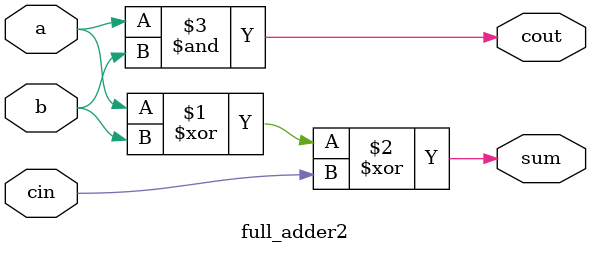
<source format=v>
module full_adder2(a,b,cin,sum,cout);
input a,b,cin;
output sum,cout;
assign sum = a^b^cin;
assign cout = a&b|1'b0&(a&b); 
// initial begin
//     $display("The incorrect adder with and1 having in1/0");
// end   
endmodule
</source>
